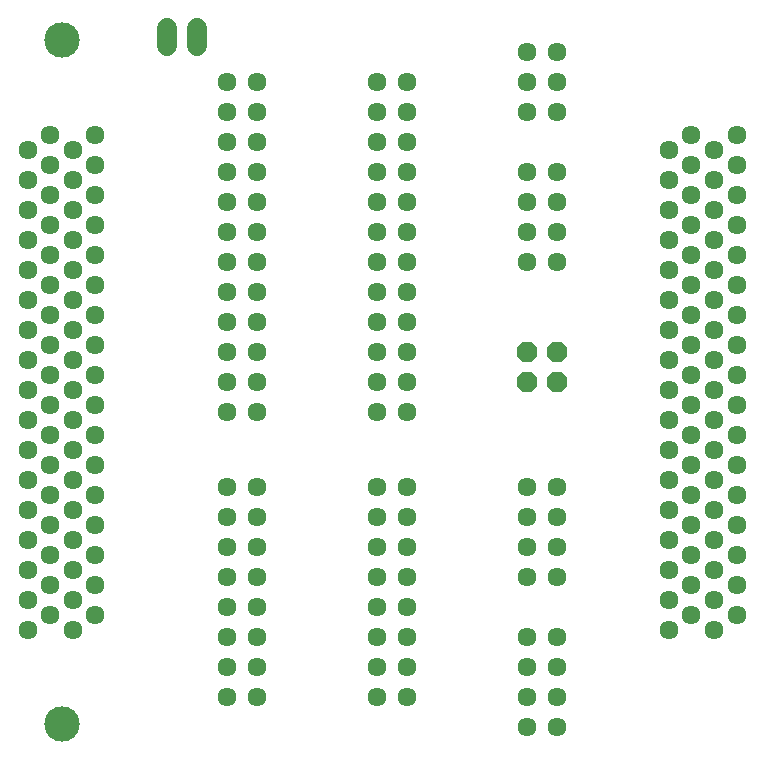
<source format=gbr>
G04 EAGLE Gerber RS-274X export*
G75*
%MOMM*%
%FSLAX34Y34*%
%LPD*%
%INSoldermask Bottom*%
%IPPOS*%
%AMOC8*
5,1,8,0,0,1.08239X$1,22.5*%
G01*
%ADD10C,1.611200*%
%ADD11C,3.003200*%
%ADD12P,1.869504X8X292.500000*%
%ADD13C,1.727200*%


D10*
X60330Y107950D03*
X79430Y120650D03*
X60330Y133350D03*
X79430Y146050D03*
X60330Y158750D03*
X79430Y171450D03*
X60330Y184150D03*
X79430Y196850D03*
X60330Y209550D03*
X79430Y222250D03*
X60330Y234950D03*
X79430Y247650D03*
X60330Y260350D03*
X79430Y273050D03*
X60330Y285750D03*
X79430Y298450D03*
X60330Y311150D03*
X79430Y323850D03*
X60330Y336550D03*
X79430Y349250D03*
X60330Y361950D03*
X79430Y374650D03*
X60330Y387350D03*
X79430Y400050D03*
X60330Y412750D03*
X79430Y425450D03*
X60330Y438150D03*
X79430Y450850D03*
X60330Y463550D03*
X79430Y476250D03*
X60330Y488950D03*
X79430Y501650D03*
X60330Y514350D03*
X79430Y527050D03*
X22130Y107950D03*
X41230Y120650D03*
X22130Y133350D03*
X41230Y146050D03*
X22130Y158750D03*
X41230Y171450D03*
X22130Y184150D03*
X41230Y196850D03*
X22130Y209550D03*
X41230Y222250D03*
X22130Y234950D03*
X41230Y247650D03*
X22130Y260350D03*
X41230Y273050D03*
X22130Y285750D03*
X41230Y298450D03*
X22130Y311150D03*
X41230Y323850D03*
X22130Y336550D03*
X41230Y349250D03*
X22130Y361950D03*
X41230Y374650D03*
X22130Y387350D03*
X41230Y400050D03*
X22130Y412750D03*
X41230Y425450D03*
X22130Y438150D03*
X41230Y450850D03*
X22130Y463550D03*
X41230Y476250D03*
X22130Y488950D03*
X41230Y501650D03*
X22130Y514350D03*
X41230Y527050D03*
D11*
X50800Y607050D03*
X50800Y27950D03*
D10*
X565000Y107950D03*
X584100Y120650D03*
X565000Y133350D03*
X584100Y146050D03*
X565000Y158750D03*
X584100Y171450D03*
X565000Y184150D03*
X584100Y196850D03*
X565000Y209550D03*
X584100Y222250D03*
X565000Y234950D03*
X584100Y247650D03*
X565000Y260350D03*
X584100Y273050D03*
X565000Y285750D03*
X584100Y298450D03*
X565000Y311150D03*
X584100Y323850D03*
X565000Y336550D03*
X584100Y349250D03*
X565000Y361950D03*
X584100Y374650D03*
X565000Y387350D03*
X584100Y400050D03*
X565000Y412750D03*
X584100Y425450D03*
X565000Y438150D03*
X584100Y450850D03*
X565000Y463550D03*
X584100Y476250D03*
X565000Y488950D03*
X584100Y501650D03*
X565000Y514350D03*
X584100Y527050D03*
X603200Y107950D03*
X622300Y120650D03*
X603200Y133350D03*
X622300Y146050D03*
X603200Y158750D03*
X622300Y171450D03*
X603200Y184150D03*
X622300Y196850D03*
X603200Y209550D03*
X622300Y222250D03*
X603200Y234950D03*
X622300Y247650D03*
X603200Y260350D03*
X622300Y273050D03*
X603200Y285750D03*
X622300Y298450D03*
X603200Y311150D03*
X622300Y323850D03*
X603200Y336550D03*
X622300Y349250D03*
X603200Y361950D03*
X622300Y374650D03*
X603200Y387350D03*
X622300Y400050D03*
X603200Y412750D03*
X622300Y425450D03*
X603200Y438150D03*
X622300Y450850D03*
X603200Y463550D03*
X622300Y476250D03*
X603200Y488950D03*
X622300Y501650D03*
X603200Y514350D03*
X622300Y527050D03*
D12*
X444500Y342900D03*
X469900Y342900D03*
X444500Y317500D03*
X469900Y317500D03*
D10*
X317500Y571500D03*
X317500Y546100D03*
X317500Y520700D03*
X317500Y495300D03*
X317500Y469900D03*
X317500Y444500D03*
X317500Y419100D03*
X317500Y393700D03*
X317500Y368300D03*
X317500Y342900D03*
X317500Y317500D03*
X317500Y292100D03*
X342900Y292100D03*
X342900Y317500D03*
X342900Y342900D03*
X342900Y368300D03*
X342900Y393700D03*
X342900Y419100D03*
X342900Y444500D03*
X342900Y469900D03*
X342900Y495300D03*
X342900Y520700D03*
X342900Y546100D03*
X342900Y571500D03*
X190500Y571500D03*
X190500Y546100D03*
X190500Y520700D03*
X190500Y495300D03*
X190500Y469900D03*
X190500Y444500D03*
X190500Y419100D03*
X190500Y393700D03*
X190500Y368300D03*
X190500Y342900D03*
X190500Y317500D03*
X190500Y292100D03*
X215900Y292100D03*
X215900Y317500D03*
X215900Y342900D03*
X215900Y368300D03*
X215900Y393700D03*
X215900Y419100D03*
X215900Y444500D03*
X215900Y469900D03*
X215900Y495300D03*
X215900Y520700D03*
X215900Y546100D03*
X215900Y571500D03*
X317500Y228600D03*
X317500Y203200D03*
X317500Y177800D03*
X317500Y152400D03*
X317500Y127000D03*
X317500Y101600D03*
X317500Y76200D03*
X317500Y50800D03*
X342900Y50800D03*
X342900Y76200D03*
X342900Y101600D03*
X342900Y127000D03*
X342900Y152400D03*
X342900Y177800D03*
X342900Y203200D03*
X342900Y228600D03*
X190500Y228600D03*
X190500Y203200D03*
X190500Y177800D03*
X190500Y152400D03*
X190500Y127000D03*
X190500Y101600D03*
X190500Y76200D03*
X190500Y50800D03*
X215900Y50800D03*
X215900Y76200D03*
X215900Y101600D03*
X215900Y127000D03*
X215900Y152400D03*
X215900Y177800D03*
X215900Y203200D03*
X215900Y228600D03*
X444500Y596900D03*
X444500Y571500D03*
X444500Y546100D03*
X469900Y546100D03*
X469900Y571500D03*
X469900Y596900D03*
X444500Y101600D03*
X444500Y76200D03*
X444500Y50800D03*
X444500Y25400D03*
X469900Y25400D03*
X469900Y50800D03*
X469900Y76200D03*
X469900Y101600D03*
X444500Y495300D03*
X444500Y469900D03*
X444500Y444500D03*
X444500Y419100D03*
X469900Y419100D03*
X469900Y444500D03*
X469900Y469900D03*
X469900Y495300D03*
D13*
X165100Y601980D02*
X165100Y617220D01*
X139700Y617220D02*
X139700Y601980D01*
D10*
X444500Y228600D03*
X444500Y203200D03*
X444500Y177800D03*
X444500Y152400D03*
X469900Y152400D03*
X469900Y177800D03*
X469900Y203200D03*
X469900Y228600D03*
M02*

</source>
